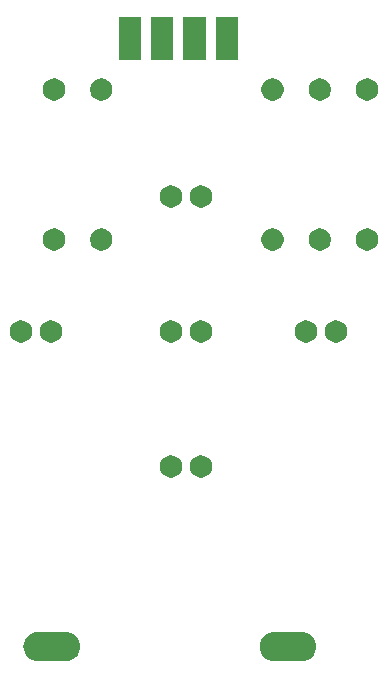
<source format=gbr>
G04 #@! TF.GenerationSoftware,KiCad,Pcbnew,(5.1.5)-3*
G04 #@! TF.CreationDate,2020-09-28T00:58:47+02:00*
G04 #@! TF.ProjectId,joytester,6a6f7974-6573-4746-9572-2e6b69636164,rev?*
G04 #@! TF.SameCoordinates,Original*
G04 #@! TF.FileFunction,Soldermask,Bot*
G04 #@! TF.FilePolarity,Negative*
%FSLAX46Y46*%
G04 Gerber Fmt 4.6, Leading zero omitted, Abs format (unit mm)*
G04 Created by KiCad (PCBNEW (5.1.5)-3) date 2020-09-28 00:58:47*
%MOMM*%
%LPD*%
G04 APERTURE LIST*
%ADD10C,0.100000*%
G04 APERTURE END LIST*
D10*
G36*
X158693084Y-124092008D02*
G01*
X158927692Y-124163176D01*
X159143908Y-124278746D01*
X159333423Y-124434277D01*
X159488954Y-124623792D01*
X159604524Y-124840008D01*
X159675692Y-125074616D01*
X159699722Y-125318600D01*
X159675692Y-125562584D01*
X159604524Y-125797192D01*
X159488954Y-126013408D01*
X159333423Y-126202923D01*
X159143908Y-126358454D01*
X158927692Y-126474024D01*
X158693084Y-126545192D01*
X158510243Y-126563200D01*
X156101957Y-126563200D01*
X155919116Y-126545192D01*
X155684508Y-126474024D01*
X155468292Y-126358454D01*
X155278777Y-126202923D01*
X155123246Y-126013408D01*
X155007676Y-125797192D01*
X154936508Y-125562584D01*
X154912478Y-125318600D01*
X154936508Y-125074616D01*
X155007676Y-124840008D01*
X155123246Y-124623792D01*
X155278777Y-124434277D01*
X155468292Y-124278746D01*
X155684508Y-124163176D01*
X155919116Y-124092008D01*
X156101957Y-124074000D01*
X158510243Y-124074000D01*
X158693084Y-124092008D01*
G37*
G36*
X138693084Y-124092008D02*
G01*
X138927692Y-124163176D01*
X139143908Y-124278746D01*
X139333423Y-124434277D01*
X139488954Y-124623792D01*
X139604524Y-124840008D01*
X139675692Y-125074616D01*
X139699722Y-125318600D01*
X139675692Y-125562584D01*
X139604524Y-125797192D01*
X139488954Y-126013408D01*
X139333423Y-126202923D01*
X139143908Y-126358454D01*
X138927692Y-126474024D01*
X138693084Y-126545192D01*
X138510243Y-126563200D01*
X136101957Y-126563200D01*
X135919116Y-126545192D01*
X135684508Y-126474024D01*
X135468292Y-126358454D01*
X135278777Y-126202923D01*
X135123246Y-126013408D01*
X135007676Y-125797192D01*
X134936508Y-125562584D01*
X134912478Y-125318600D01*
X134936508Y-125074616D01*
X135007676Y-124840008D01*
X135123246Y-124623792D01*
X135278777Y-124434277D01*
X135468292Y-124278746D01*
X135684508Y-124163176D01*
X135919116Y-124092008D01*
X136101957Y-124074000D01*
X138510243Y-124074000D01*
X138693084Y-124092008D01*
G37*
G36*
X147609707Y-109162877D02*
G01*
X147670229Y-109174916D01*
X147841262Y-109245760D01*
X147995187Y-109348610D01*
X148126090Y-109479513D01*
X148228940Y-109633438D01*
X148299784Y-109804471D01*
X148335900Y-109986038D01*
X148335900Y-110171162D01*
X148299784Y-110352729D01*
X148228940Y-110523762D01*
X148126090Y-110677687D01*
X147995187Y-110808590D01*
X147841262Y-110911440D01*
X147670229Y-110982284D01*
X147609707Y-110994323D01*
X147488664Y-111018400D01*
X147303536Y-111018400D01*
X147182493Y-110994323D01*
X147121971Y-110982284D01*
X146950938Y-110911440D01*
X146797013Y-110808590D01*
X146666110Y-110677687D01*
X146563260Y-110523762D01*
X146492416Y-110352729D01*
X146456300Y-110171162D01*
X146456300Y-109986038D01*
X146492416Y-109804471D01*
X146563260Y-109633438D01*
X146666110Y-109479513D01*
X146797013Y-109348610D01*
X146950938Y-109245760D01*
X147121971Y-109174916D01*
X147182493Y-109162877D01*
X147303536Y-109138800D01*
X147488664Y-109138800D01*
X147609707Y-109162877D01*
G37*
G36*
X150149707Y-109162877D02*
G01*
X150210229Y-109174916D01*
X150381262Y-109245760D01*
X150535187Y-109348610D01*
X150666090Y-109479513D01*
X150768940Y-109633438D01*
X150839784Y-109804471D01*
X150875900Y-109986038D01*
X150875900Y-110171162D01*
X150839784Y-110352729D01*
X150768940Y-110523762D01*
X150666090Y-110677687D01*
X150535187Y-110808590D01*
X150381262Y-110911440D01*
X150210229Y-110982284D01*
X150149707Y-110994323D01*
X150028664Y-111018400D01*
X149843536Y-111018400D01*
X149722493Y-110994323D01*
X149661971Y-110982284D01*
X149490938Y-110911440D01*
X149337013Y-110808590D01*
X149206110Y-110677687D01*
X149103260Y-110523762D01*
X149032416Y-110352729D01*
X148996300Y-110171162D01*
X148996300Y-109986038D01*
X149032416Y-109804471D01*
X149103260Y-109633438D01*
X149206110Y-109479513D01*
X149337013Y-109348610D01*
X149490938Y-109245760D01*
X149661971Y-109174916D01*
X149722493Y-109162877D01*
X149843536Y-109138800D01*
X150028664Y-109138800D01*
X150149707Y-109162877D01*
G37*
G36*
X161579707Y-97732877D02*
G01*
X161640229Y-97744916D01*
X161811262Y-97815760D01*
X161965187Y-97918610D01*
X162096090Y-98049513D01*
X162198940Y-98203438D01*
X162269784Y-98374471D01*
X162305900Y-98556038D01*
X162305900Y-98741162D01*
X162269784Y-98922729D01*
X162198940Y-99093762D01*
X162096090Y-99247687D01*
X161965187Y-99378590D01*
X161811262Y-99481440D01*
X161640229Y-99552284D01*
X161579707Y-99564323D01*
X161458664Y-99588400D01*
X161273536Y-99588400D01*
X161152493Y-99564323D01*
X161091971Y-99552284D01*
X160920938Y-99481440D01*
X160767013Y-99378590D01*
X160636110Y-99247687D01*
X160533260Y-99093762D01*
X160462416Y-98922729D01*
X160426300Y-98741162D01*
X160426300Y-98556038D01*
X160462416Y-98374471D01*
X160533260Y-98203438D01*
X160636110Y-98049513D01*
X160767013Y-97918610D01*
X160920938Y-97815760D01*
X161091971Y-97744916D01*
X161152493Y-97732877D01*
X161273536Y-97708800D01*
X161458664Y-97708800D01*
X161579707Y-97732877D01*
G37*
G36*
X159039707Y-97732877D02*
G01*
X159100229Y-97744916D01*
X159271262Y-97815760D01*
X159425187Y-97918610D01*
X159556090Y-98049513D01*
X159658940Y-98203438D01*
X159729784Y-98374471D01*
X159765900Y-98556038D01*
X159765900Y-98741162D01*
X159729784Y-98922729D01*
X159658940Y-99093762D01*
X159556090Y-99247687D01*
X159425187Y-99378590D01*
X159271262Y-99481440D01*
X159100229Y-99552284D01*
X159039707Y-99564323D01*
X158918664Y-99588400D01*
X158733536Y-99588400D01*
X158612493Y-99564323D01*
X158551971Y-99552284D01*
X158380938Y-99481440D01*
X158227013Y-99378590D01*
X158096110Y-99247687D01*
X157993260Y-99093762D01*
X157922416Y-98922729D01*
X157886300Y-98741162D01*
X157886300Y-98556038D01*
X157922416Y-98374471D01*
X157993260Y-98203438D01*
X158096110Y-98049513D01*
X158227013Y-97918610D01*
X158380938Y-97815760D01*
X158551971Y-97744916D01*
X158612493Y-97732877D01*
X158733536Y-97708800D01*
X158918664Y-97708800D01*
X159039707Y-97732877D01*
G37*
G36*
X134909707Y-97732877D02*
G01*
X134970229Y-97744916D01*
X135141262Y-97815760D01*
X135295187Y-97918610D01*
X135426090Y-98049513D01*
X135528940Y-98203438D01*
X135599784Y-98374471D01*
X135635900Y-98556038D01*
X135635900Y-98741162D01*
X135599784Y-98922729D01*
X135528940Y-99093762D01*
X135426090Y-99247687D01*
X135295187Y-99378590D01*
X135141262Y-99481440D01*
X134970229Y-99552284D01*
X134909707Y-99564323D01*
X134788664Y-99588400D01*
X134603536Y-99588400D01*
X134482493Y-99564323D01*
X134421971Y-99552284D01*
X134250938Y-99481440D01*
X134097013Y-99378590D01*
X133966110Y-99247687D01*
X133863260Y-99093762D01*
X133792416Y-98922729D01*
X133756300Y-98741162D01*
X133756300Y-98556038D01*
X133792416Y-98374471D01*
X133863260Y-98203438D01*
X133966110Y-98049513D01*
X134097013Y-97918610D01*
X134250938Y-97815760D01*
X134421971Y-97744916D01*
X134482493Y-97732877D01*
X134603536Y-97708800D01*
X134788664Y-97708800D01*
X134909707Y-97732877D01*
G37*
G36*
X137449707Y-97732877D02*
G01*
X137510229Y-97744916D01*
X137681262Y-97815760D01*
X137835187Y-97918610D01*
X137966090Y-98049513D01*
X138068940Y-98203438D01*
X138139784Y-98374471D01*
X138175900Y-98556038D01*
X138175900Y-98741162D01*
X138139784Y-98922729D01*
X138068940Y-99093762D01*
X137966090Y-99247687D01*
X137835187Y-99378590D01*
X137681262Y-99481440D01*
X137510229Y-99552284D01*
X137449707Y-99564323D01*
X137328664Y-99588400D01*
X137143536Y-99588400D01*
X137022493Y-99564323D01*
X136961971Y-99552284D01*
X136790938Y-99481440D01*
X136637013Y-99378590D01*
X136506110Y-99247687D01*
X136403260Y-99093762D01*
X136332416Y-98922729D01*
X136296300Y-98741162D01*
X136296300Y-98556038D01*
X136332416Y-98374471D01*
X136403260Y-98203438D01*
X136506110Y-98049513D01*
X136637013Y-97918610D01*
X136790938Y-97815760D01*
X136961971Y-97744916D01*
X137022493Y-97732877D01*
X137143536Y-97708800D01*
X137328664Y-97708800D01*
X137449707Y-97732877D01*
G37*
G36*
X147609707Y-97732877D02*
G01*
X147670229Y-97744916D01*
X147841262Y-97815760D01*
X147995187Y-97918610D01*
X148126090Y-98049513D01*
X148228940Y-98203438D01*
X148299784Y-98374471D01*
X148335900Y-98556038D01*
X148335900Y-98741162D01*
X148299784Y-98922729D01*
X148228940Y-99093762D01*
X148126090Y-99247687D01*
X147995187Y-99378590D01*
X147841262Y-99481440D01*
X147670229Y-99552284D01*
X147609707Y-99564323D01*
X147488664Y-99588400D01*
X147303536Y-99588400D01*
X147182493Y-99564323D01*
X147121971Y-99552284D01*
X146950938Y-99481440D01*
X146797013Y-99378590D01*
X146666110Y-99247687D01*
X146563260Y-99093762D01*
X146492416Y-98922729D01*
X146456300Y-98741162D01*
X146456300Y-98556038D01*
X146492416Y-98374471D01*
X146563260Y-98203438D01*
X146666110Y-98049513D01*
X146797013Y-97918610D01*
X146950938Y-97815760D01*
X147121971Y-97744916D01*
X147182493Y-97732877D01*
X147303536Y-97708800D01*
X147488664Y-97708800D01*
X147609707Y-97732877D01*
G37*
G36*
X150149707Y-97732877D02*
G01*
X150210229Y-97744916D01*
X150381262Y-97815760D01*
X150535187Y-97918610D01*
X150666090Y-98049513D01*
X150768940Y-98203438D01*
X150839784Y-98374471D01*
X150875900Y-98556038D01*
X150875900Y-98741162D01*
X150839784Y-98922729D01*
X150768940Y-99093762D01*
X150666090Y-99247687D01*
X150535187Y-99378590D01*
X150381262Y-99481440D01*
X150210229Y-99552284D01*
X150149707Y-99564323D01*
X150028664Y-99588400D01*
X149843536Y-99588400D01*
X149722493Y-99564323D01*
X149661971Y-99552284D01*
X149490938Y-99481440D01*
X149337013Y-99378590D01*
X149206110Y-99247687D01*
X149103260Y-99093762D01*
X149032416Y-98922729D01*
X148996300Y-98741162D01*
X148996300Y-98556038D01*
X149032416Y-98374471D01*
X149103260Y-98203438D01*
X149206110Y-98049513D01*
X149337013Y-97918610D01*
X149490938Y-97815760D01*
X149661971Y-97744916D01*
X149722493Y-97732877D01*
X149843536Y-97708800D01*
X150028664Y-97708800D01*
X150149707Y-97732877D01*
G37*
G36*
X141713607Y-89934277D02*
G01*
X141774129Y-89946316D01*
X141945162Y-90017160D01*
X142099087Y-90120010D01*
X142229990Y-90250913D01*
X142332840Y-90404838D01*
X142403684Y-90575871D01*
X142439800Y-90757438D01*
X142439800Y-90942562D01*
X142403684Y-91124129D01*
X142332840Y-91295162D01*
X142229990Y-91449087D01*
X142099087Y-91579990D01*
X141945162Y-91682840D01*
X141774129Y-91753684D01*
X141713607Y-91765723D01*
X141592564Y-91789800D01*
X141407436Y-91789800D01*
X141286393Y-91765723D01*
X141225871Y-91753684D01*
X141054838Y-91682840D01*
X140900913Y-91579990D01*
X140770010Y-91449087D01*
X140667160Y-91295162D01*
X140596316Y-91124129D01*
X140560200Y-90942562D01*
X140560200Y-90757438D01*
X140596316Y-90575871D01*
X140667160Y-90404838D01*
X140770010Y-90250913D01*
X140900913Y-90120010D01*
X141054838Y-90017160D01*
X141225871Y-89946316D01*
X141286393Y-89934277D01*
X141407436Y-89910200D01*
X141592564Y-89910200D01*
X141713607Y-89934277D01*
G37*
G36*
X137713607Y-89934277D02*
G01*
X137774129Y-89946316D01*
X137945162Y-90017160D01*
X138099087Y-90120010D01*
X138229990Y-90250913D01*
X138332840Y-90404838D01*
X138403684Y-90575871D01*
X138439800Y-90757438D01*
X138439800Y-90942562D01*
X138403684Y-91124129D01*
X138332840Y-91295162D01*
X138229990Y-91449087D01*
X138099087Y-91579990D01*
X137945162Y-91682840D01*
X137774129Y-91753684D01*
X137713607Y-91765723D01*
X137592564Y-91789800D01*
X137407436Y-91789800D01*
X137286393Y-91765723D01*
X137225871Y-91753684D01*
X137054838Y-91682840D01*
X136900913Y-91579990D01*
X136770010Y-91449087D01*
X136667160Y-91295162D01*
X136596316Y-91124129D01*
X136560200Y-90942562D01*
X136560200Y-90757438D01*
X136596316Y-90575871D01*
X136667160Y-90404838D01*
X136770010Y-90250913D01*
X136900913Y-90120010D01*
X137054838Y-90017160D01*
X137225871Y-89946316D01*
X137286393Y-89934277D01*
X137407436Y-89910200D01*
X137592564Y-89910200D01*
X137713607Y-89934277D01*
G37*
G36*
X160213607Y-89934277D02*
G01*
X160274129Y-89946316D01*
X160445162Y-90017160D01*
X160599087Y-90120010D01*
X160729990Y-90250913D01*
X160832840Y-90404838D01*
X160903684Y-90575871D01*
X160939800Y-90757438D01*
X160939800Y-90942562D01*
X160903684Y-91124129D01*
X160832840Y-91295162D01*
X160729990Y-91449087D01*
X160599087Y-91579990D01*
X160445162Y-91682840D01*
X160274129Y-91753684D01*
X160213607Y-91765723D01*
X160092564Y-91789800D01*
X159907436Y-91789800D01*
X159786393Y-91765723D01*
X159725871Y-91753684D01*
X159554838Y-91682840D01*
X159400913Y-91579990D01*
X159270010Y-91449087D01*
X159167160Y-91295162D01*
X159096316Y-91124129D01*
X159060200Y-90942562D01*
X159060200Y-90757438D01*
X159096316Y-90575871D01*
X159167160Y-90404838D01*
X159270010Y-90250913D01*
X159400913Y-90120010D01*
X159554838Y-90017160D01*
X159725871Y-89946316D01*
X159786393Y-89934277D01*
X159907436Y-89910200D01*
X160092564Y-89910200D01*
X160213607Y-89934277D01*
G37*
G36*
X164213607Y-89934277D02*
G01*
X164274129Y-89946316D01*
X164445162Y-90017160D01*
X164599087Y-90120010D01*
X164729990Y-90250913D01*
X164832840Y-90404838D01*
X164903684Y-90575871D01*
X164939800Y-90757438D01*
X164939800Y-90942562D01*
X164903684Y-91124129D01*
X164832840Y-91295162D01*
X164729990Y-91449087D01*
X164599087Y-91579990D01*
X164445162Y-91682840D01*
X164274129Y-91753684D01*
X164213607Y-91765723D01*
X164092564Y-91789800D01*
X163907436Y-91789800D01*
X163786393Y-91765723D01*
X163725871Y-91753684D01*
X163554838Y-91682840D01*
X163400913Y-91579990D01*
X163270010Y-91449087D01*
X163167160Y-91295162D01*
X163096316Y-91124129D01*
X163060200Y-90942562D01*
X163060200Y-90757438D01*
X163096316Y-90575871D01*
X163167160Y-90404838D01*
X163270010Y-90250913D01*
X163400913Y-90120010D01*
X163554838Y-90017160D01*
X163725871Y-89946316D01*
X163786393Y-89934277D01*
X163907436Y-89910200D01*
X164092564Y-89910200D01*
X164213607Y-89934277D01*
G37*
G36*
X156213607Y-89934277D02*
G01*
X156274129Y-89946316D01*
X156445162Y-90017160D01*
X156599087Y-90120010D01*
X156729990Y-90250913D01*
X156832840Y-90404838D01*
X156903684Y-90575871D01*
X156939800Y-90757438D01*
X156939800Y-90942562D01*
X156903684Y-91124129D01*
X156832840Y-91295162D01*
X156729990Y-91449087D01*
X156599087Y-91579990D01*
X156445162Y-91682840D01*
X156274129Y-91753684D01*
X156213607Y-91765723D01*
X156092564Y-91789800D01*
X155907436Y-91789800D01*
X155786393Y-91765723D01*
X155725871Y-91753684D01*
X155554838Y-91682840D01*
X155400913Y-91579990D01*
X155270010Y-91449087D01*
X155167160Y-91295162D01*
X155096316Y-91124129D01*
X155060200Y-90942562D01*
X155060200Y-90757438D01*
X155096316Y-90575871D01*
X155167160Y-90404838D01*
X155270010Y-90250913D01*
X155400913Y-90120010D01*
X155554838Y-90017160D01*
X155725871Y-89946316D01*
X155786393Y-89934277D01*
X155907436Y-89910200D01*
X156092564Y-89910200D01*
X156213607Y-89934277D01*
G37*
G36*
X147609707Y-86302877D02*
G01*
X147670229Y-86314916D01*
X147841262Y-86385760D01*
X147995187Y-86488610D01*
X148126090Y-86619513D01*
X148228940Y-86773438D01*
X148299784Y-86944471D01*
X148335900Y-87126038D01*
X148335900Y-87311162D01*
X148299784Y-87492729D01*
X148228940Y-87663762D01*
X148126090Y-87817687D01*
X147995187Y-87948590D01*
X147841262Y-88051440D01*
X147670229Y-88122284D01*
X147609707Y-88134323D01*
X147488664Y-88158400D01*
X147303536Y-88158400D01*
X147182493Y-88134323D01*
X147121971Y-88122284D01*
X146950938Y-88051440D01*
X146797013Y-87948590D01*
X146666110Y-87817687D01*
X146563260Y-87663762D01*
X146492416Y-87492729D01*
X146456300Y-87311162D01*
X146456300Y-87126038D01*
X146492416Y-86944471D01*
X146563260Y-86773438D01*
X146666110Y-86619513D01*
X146797013Y-86488610D01*
X146950938Y-86385760D01*
X147121971Y-86314916D01*
X147182493Y-86302877D01*
X147303536Y-86278800D01*
X147488664Y-86278800D01*
X147609707Y-86302877D01*
G37*
G36*
X150149707Y-86302877D02*
G01*
X150210229Y-86314916D01*
X150381262Y-86385760D01*
X150535187Y-86488610D01*
X150666090Y-86619513D01*
X150768940Y-86773438D01*
X150839784Y-86944471D01*
X150875900Y-87126038D01*
X150875900Y-87311162D01*
X150839784Y-87492729D01*
X150768940Y-87663762D01*
X150666090Y-87817687D01*
X150535187Y-87948590D01*
X150381262Y-88051440D01*
X150210229Y-88122284D01*
X150149707Y-88134323D01*
X150028664Y-88158400D01*
X149843536Y-88158400D01*
X149722493Y-88134323D01*
X149661971Y-88122284D01*
X149490938Y-88051440D01*
X149337013Y-87948590D01*
X149206110Y-87817687D01*
X149103260Y-87663762D01*
X149032416Y-87492729D01*
X148996300Y-87311162D01*
X148996300Y-87126038D01*
X149032416Y-86944471D01*
X149103260Y-86773438D01*
X149206110Y-86619513D01*
X149337013Y-86488610D01*
X149490938Y-86385760D01*
X149661971Y-86314916D01*
X149722493Y-86302877D01*
X149843536Y-86278800D01*
X150028664Y-86278800D01*
X150149707Y-86302877D01*
G37*
G36*
X156213607Y-77234277D02*
G01*
X156274129Y-77246316D01*
X156445162Y-77317160D01*
X156599087Y-77420010D01*
X156729990Y-77550913D01*
X156832840Y-77704838D01*
X156903684Y-77875871D01*
X156939800Y-78057438D01*
X156939800Y-78242562D01*
X156903684Y-78424129D01*
X156832840Y-78595162D01*
X156729990Y-78749087D01*
X156599087Y-78879990D01*
X156445162Y-78982840D01*
X156274129Y-79053684D01*
X156213607Y-79065723D01*
X156092564Y-79089800D01*
X155907436Y-79089800D01*
X155786393Y-79065723D01*
X155725871Y-79053684D01*
X155554838Y-78982840D01*
X155400913Y-78879990D01*
X155270010Y-78749087D01*
X155167160Y-78595162D01*
X155096316Y-78424129D01*
X155060200Y-78242562D01*
X155060200Y-78057438D01*
X155096316Y-77875871D01*
X155167160Y-77704838D01*
X155270010Y-77550913D01*
X155400913Y-77420010D01*
X155554838Y-77317160D01*
X155725871Y-77246316D01*
X155786393Y-77234277D01*
X155907436Y-77210200D01*
X156092564Y-77210200D01*
X156213607Y-77234277D01*
G37*
G36*
X141713607Y-77234277D02*
G01*
X141774129Y-77246316D01*
X141945162Y-77317160D01*
X142099087Y-77420010D01*
X142229990Y-77550913D01*
X142332840Y-77704838D01*
X142403684Y-77875871D01*
X142439800Y-78057438D01*
X142439800Y-78242562D01*
X142403684Y-78424129D01*
X142332840Y-78595162D01*
X142229990Y-78749087D01*
X142099087Y-78879990D01*
X141945162Y-78982840D01*
X141774129Y-79053684D01*
X141713607Y-79065723D01*
X141592564Y-79089800D01*
X141407436Y-79089800D01*
X141286393Y-79065723D01*
X141225871Y-79053684D01*
X141054838Y-78982840D01*
X140900913Y-78879990D01*
X140770010Y-78749087D01*
X140667160Y-78595162D01*
X140596316Y-78424129D01*
X140560200Y-78242562D01*
X140560200Y-78057438D01*
X140596316Y-77875871D01*
X140667160Y-77704838D01*
X140770010Y-77550913D01*
X140900913Y-77420010D01*
X141054838Y-77317160D01*
X141225871Y-77246316D01*
X141286393Y-77234277D01*
X141407436Y-77210200D01*
X141592564Y-77210200D01*
X141713607Y-77234277D01*
G37*
G36*
X137713607Y-77234277D02*
G01*
X137774129Y-77246316D01*
X137945162Y-77317160D01*
X138099087Y-77420010D01*
X138229990Y-77550913D01*
X138332840Y-77704838D01*
X138403684Y-77875871D01*
X138439800Y-78057438D01*
X138439800Y-78242562D01*
X138403684Y-78424129D01*
X138332840Y-78595162D01*
X138229990Y-78749087D01*
X138099087Y-78879990D01*
X137945162Y-78982840D01*
X137774129Y-79053684D01*
X137713607Y-79065723D01*
X137592564Y-79089800D01*
X137407436Y-79089800D01*
X137286393Y-79065723D01*
X137225871Y-79053684D01*
X137054838Y-78982840D01*
X136900913Y-78879990D01*
X136770010Y-78749087D01*
X136667160Y-78595162D01*
X136596316Y-78424129D01*
X136560200Y-78242562D01*
X136560200Y-78057438D01*
X136596316Y-77875871D01*
X136667160Y-77704838D01*
X136770010Y-77550913D01*
X136900913Y-77420010D01*
X137054838Y-77317160D01*
X137225871Y-77246316D01*
X137286393Y-77234277D01*
X137407436Y-77210200D01*
X137592564Y-77210200D01*
X137713607Y-77234277D01*
G37*
G36*
X164213607Y-77234277D02*
G01*
X164274129Y-77246316D01*
X164445162Y-77317160D01*
X164599087Y-77420010D01*
X164729990Y-77550913D01*
X164832840Y-77704838D01*
X164903684Y-77875871D01*
X164939800Y-78057438D01*
X164939800Y-78242562D01*
X164903684Y-78424129D01*
X164832840Y-78595162D01*
X164729990Y-78749087D01*
X164599087Y-78879990D01*
X164445162Y-78982840D01*
X164274129Y-79053684D01*
X164213607Y-79065723D01*
X164092564Y-79089800D01*
X163907436Y-79089800D01*
X163786393Y-79065723D01*
X163725871Y-79053684D01*
X163554838Y-78982840D01*
X163400913Y-78879990D01*
X163270010Y-78749087D01*
X163167160Y-78595162D01*
X163096316Y-78424129D01*
X163060200Y-78242562D01*
X163060200Y-78057438D01*
X163096316Y-77875871D01*
X163167160Y-77704838D01*
X163270010Y-77550913D01*
X163400913Y-77420010D01*
X163554838Y-77317160D01*
X163725871Y-77246316D01*
X163786393Y-77234277D01*
X163907436Y-77210200D01*
X164092564Y-77210200D01*
X164213607Y-77234277D01*
G37*
G36*
X160213607Y-77234277D02*
G01*
X160274129Y-77246316D01*
X160445162Y-77317160D01*
X160599087Y-77420010D01*
X160729990Y-77550913D01*
X160832840Y-77704838D01*
X160903684Y-77875871D01*
X160939800Y-78057438D01*
X160939800Y-78242562D01*
X160903684Y-78424129D01*
X160832840Y-78595162D01*
X160729990Y-78749087D01*
X160599087Y-78879990D01*
X160445162Y-78982840D01*
X160274129Y-79053684D01*
X160213607Y-79065723D01*
X160092564Y-79089800D01*
X159907436Y-79089800D01*
X159786393Y-79065723D01*
X159725871Y-79053684D01*
X159554838Y-78982840D01*
X159400913Y-78879990D01*
X159270010Y-78749087D01*
X159167160Y-78595162D01*
X159096316Y-78424129D01*
X159060200Y-78242562D01*
X159060200Y-78057438D01*
X159096316Y-77875871D01*
X159167160Y-77704838D01*
X159270010Y-77550913D01*
X159400913Y-77420010D01*
X159554838Y-77317160D01*
X159725871Y-77246316D01*
X159786393Y-77234277D01*
X159907436Y-77210200D01*
X160092564Y-77210200D01*
X160213607Y-77234277D01*
G37*
G36*
X153097500Y-75684400D02*
G01*
X151194300Y-75684400D01*
X151194300Y-71981200D01*
X153097500Y-71981200D01*
X153097500Y-75684400D01*
G37*
G36*
X144867900Y-75684400D02*
G01*
X142964700Y-75684400D01*
X142964700Y-71981200D01*
X144867900Y-71981200D01*
X144867900Y-75684400D01*
G37*
G36*
X150354300Y-75684400D02*
G01*
X148451100Y-75684400D01*
X148451100Y-71981200D01*
X150354300Y-71981200D01*
X150354300Y-75684400D01*
G37*
G36*
X147611100Y-75684400D02*
G01*
X145707900Y-75684400D01*
X145707900Y-71981200D01*
X147611100Y-71981200D01*
X147611100Y-75684400D01*
G37*
M02*

</source>
